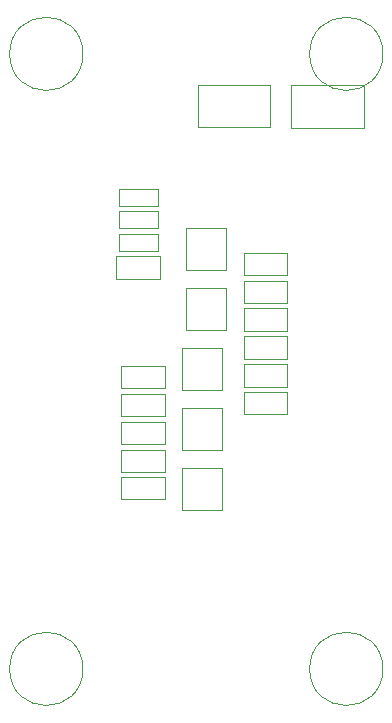
<source format=gbr>
G04 #@! TF.GenerationSoftware,KiCad,Pcbnew,(5.0.2)-1*
G04 #@! TF.CreationDate,2019-06-21T14:31:00+05:30*
G04 #@! TF.ProjectId,CapacityOfBattery,43617061-6369-4747-994f-664261747465,rev?*
G04 #@! TF.SameCoordinates,Original*
G04 #@! TF.FileFunction,Other,User*
%FSLAX46Y46*%
G04 Gerber Fmt 4.6, Leading zero omitted, Abs format (unit mm)*
G04 Created by KiCad (PCBNEW (5.0.2)-1) date 06/21/19 14:31:00*
%MOMM*%
%LPD*%
G01*
G04 APERTURE LIST*
%ADD10C,0.050000*%
G04 APERTURE END LIST*
D10*
G04 #@! TO.C,*
X19240000Y-15240000D02*
G75*
G03X19240000Y-15240000I-3100000J0D01*
G01*
X44640000Y-15240000D02*
G75*
G03X44640000Y-15240000I-3100000J0D01*
G01*
X19240000Y-67310000D02*
G75*
G03X19240000Y-67310000I-3100000J0D01*
G01*
X44640000Y-67310000D02*
G75*
G03X44640000Y-67310000I-3100000J0D01*
G01*
G04 #@! TO.C,RL4*
X22480000Y-44010000D02*
X26180000Y-44010000D01*
X22480000Y-45910000D02*
X22480000Y-44010000D01*
X26180000Y-45910000D02*
X22480000Y-45910000D01*
X26180000Y-44010000D02*
X26180000Y-45910000D01*
G04 #@! TO.C,RL5*
X26170000Y-41640000D02*
X26170000Y-43540000D01*
X26170000Y-43540000D02*
X22470000Y-43540000D01*
X22470000Y-43540000D02*
X22470000Y-41640000D01*
X22470000Y-41640000D02*
X26170000Y-41640000D01*
G04 #@! TO.C,Q3*
X31050000Y-43660000D02*
X27650000Y-43660000D01*
X27650000Y-43660000D02*
X27650000Y-40160000D01*
X27650000Y-40160000D02*
X31050000Y-40160000D01*
X31050000Y-40160000D02*
X31050000Y-43660000D01*
G04 #@! TO.C,R6*
X36560000Y-32070000D02*
X36560000Y-33970000D01*
X36560000Y-33970000D02*
X32860000Y-33970000D01*
X32860000Y-33970000D02*
X32860000Y-32070000D01*
X32860000Y-32070000D02*
X36560000Y-32070000D01*
G04 #@! TO.C,J2*
X36880000Y-17880000D02*
X36880000Y-21480000D01*
X43030000Y-17880000D02*
X36880000Y-17880000D01*
X43030000Y-21480000D02*
X43030000Y-17880000D01*
X36880000Y-21480000D02*
X43030000Y-21480000D01*
G04 #@! TO.C,J1*
X28950000Y-21450000D02*
X35100000Y-21450000D01*
X35100000Y-21450000D02*
X35100000Y-17850000D01*
X35100000Y-17850000D02*
X28950000Y-17850000D01*
X28950000Y-17850000D02*
X28950000Y-21450000D01*
G04 #@! TO.C,Q1*
X31050000Y-53820000D02*
X27650000Y-53820000D01*
X27650000Y-53820000D02*
X27650000Y-50320000D01*
X27650000Y-50320000D02*
X31050000Y-50320000D01*
X31050000Y-50320000D02*
X31050000Y-53820000D01*
G04 #@! TO.C,Q2*
X31050000Y-45240000D02*
X31050000Y-48740000D01*
X27650000Y-45240000D02*
X31050000Y-45240000D01*
X27650000Y-48740000D02*
X27650000Y-45240000D01*
X31050000Y-48740000D02*
X27650000Y-48740000D01*
G04 #@! TO.C,Q4*
X31330000Y-35080000D02*
X31330000Y-38580000D01*
X27930000Y-35080000D02*
X31330000Y-35080000D01*
X27930000Y-38580000D02*
X27930000Y-35080000D01*
X31330000Y-38580000D02*
X27930000Y-38580000D01*
G04 #@! TO.C,R1*
X36550000Y-43850000D02*
X36550000Y-45750000D01*
X36550000Y-45750000D02*
X32850000Y-45750000D01*
X32850000Y-45750000D02*
X32850000Y-43850000D01*
X32850000Y-43850000D02*
X36550000Y-43850000D01*
G04 #@! TO.C,R3*
X32860000Y-41510000D02*
X36560000Y-41510000D01*
X32860000Y-43410000D02*
X32860000Y-41510000D01*
X36560000Y-43410000D02*
X32860000Y-43410000D01*
X36560000Y-41510000D02*
X36560000Y-43410000D01*
G04 #@! TO.C,R4*
X36560000Y-39150000D02*
X36560000Y-41050000D01*
X36560000Y-41050000D02*
X32860000Y-41050000D01*
X32860000Y-41050000D02*
X32860000Y-39150000D01*
X32860000Y-39150000D02*
X36560000Y-39150000D01*
G04 #@! TO.C,R5*
X32860000Y-36790000D02*
X36560000Y-36790000D01*
X32860000Y-38690000D02*
X32860000Y-36790000D01*
X36560000Y-38690000D02*
X32860000Y-38690000D01*
X36560000Y-36790000D02*
X36560000Y-38690000D01*
G04 #@! TO.C,RL1*
X26170000Y-51050000D02*
X26170000Y-52950000D01*
X26170000Y-52950000D02*
X22470000Y-52950000D01*
X22470000Y-52950000D02*
X22470000Y-51050000D01*
X22470000Y-51050000D02*
X26170000Y-51050000D01*
G04 #@! TO.C,RL2*
X22470000Y-48750000D02*
X26170000Y-48750000D01*
X22470000Y-50650000D02*
X22470000Y-48750000D01*
X26170000Y-50650000D02*
X22470000Y-50650000D01*
X26170000Y-48750000D02*
X26170000Y-50650000D01*
G04 #@! TO.C,RL3*
X26180000Y-46380000D02*
X26180000Y-48280000D01*
X26180000Y-48280000D02*
X22480000Y-48280000D01*
X22480000Y-48280000D02*
X22480000Y-46380000D01*
X22480000Y-46380000D02*
X26180000Y-46380000D01*
G04 #@! TO.C,R2*
X36560000Y-34430000D02*
X36560000Y-36330000D01*
X36560000Y-36330000D02*
X32860000Y-36330000D01*
X32860000Y-36330000D02*
X32860000Y-34430000D01*
X32860000Y-34430000D02*
X36560000Y-34430000D01*
G04 #@! TO.C,R9*
X25570000Y-28120000D02*
X22270000Y-28120000D01*
X25570000Y-26660000D02*
X25570000Y-28120000D01*
X22270000Y-26660000D02*
X25570000Y-26660000D01*
X22270000Y-28120000D02*
X22270000Y-26660000D01*
G04 #@! TO.C,R8*
X22270000Y-28550000D02*
X25570000Y-28550000D01*
X22270000Y-30010000D02*
X22270000Y-28550000D01*
X25570000Y-30010000D02*
X22270000Y-30010000D01*
X25570000Y-28550000D02*
X25570000Y-30010000D01*
G04 #@! TO.C,R7*
X22270000Y-30450000D02*
X25570000Y-30450000D01*
X22270000Y-31910000D02*
X22270000Y-30450000D01*
X25570000Y-31910000D02*
X22270000Y-31910000D01*
X25570000Y-30450000D02*
X25570000Y-31910000D01*
G04 #@! TO.C,R10*
X25760000Y-34290000D02*
X22060000Y-34290000D01*
X25760000Y-32390000D02*
X25760000Y-34290000D01*
X22060000Y-32390000D02*
X25760000Y-32390000D01*
X22060000Y-34290000D02*
X22060000Y-32390000D01*
G04 #@! TO.C,Q5*
X31330000Y-30010000D02*
X31330000Y-33510000D01*
X27930000Y-30010000D02*
X31330000Y-30010000D01*
X27930000Y-33510000D02*
X27930000Y-30010000D01*
X31330000Y-33510000D02*
X27930000Y-33510000D01*
G04 #@! TD*
M02*

</source>
